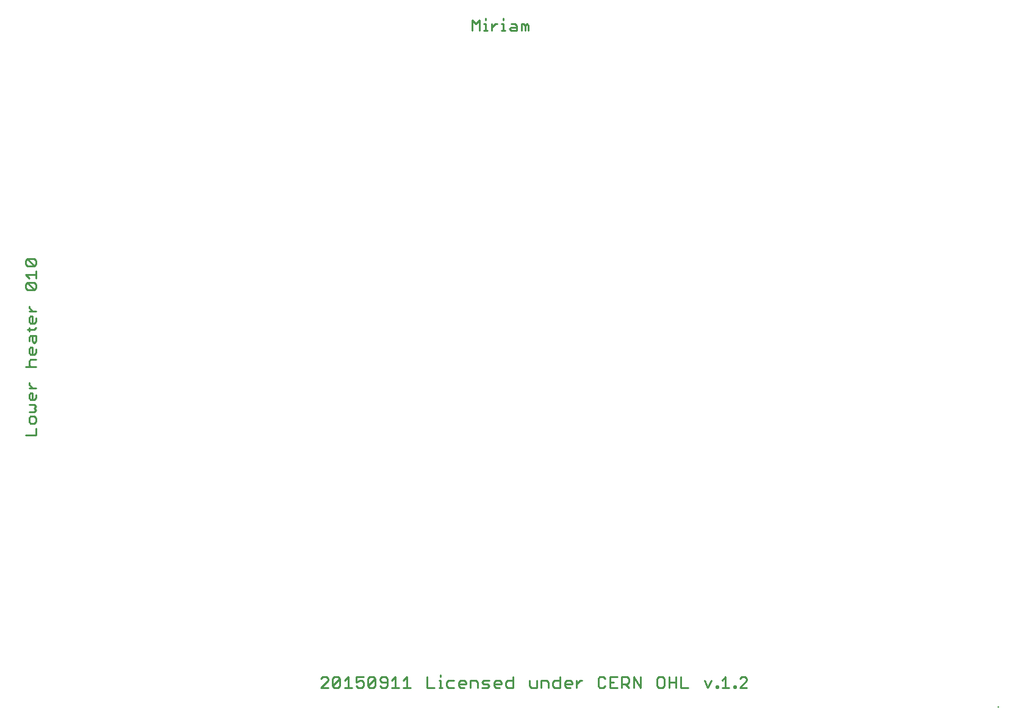
<source format=gto>
G75*
%MOIN*%
%OFA0B0*%
%FSLAX25Y25*%
%IPPOS*%
%LPD*%
%AMOC8*
5,1,8,0,0,1.08239X$1,22.5*
%
%ADD10C,0.01000*%
%ADD11C,0.01100*%
D10*
X0595648Y0044787D02*
X0595748Y0044787D01*
D11*
X0229684Y0059274D02*
X0225748Y0055337D01*
X0229684Y0055337D01*
X0232193Y0056322D02*
X0236130Y0060258D01*
X0236130Y0056322D01*
X0235146Y0055337D01*
X0233177Y0055337D01*
X0232193Y0056322D01*
X0232193Y0060258D01*
X0233177Y0061242D01*
X0235146Y0061242D01*
X0236130Y0060258D01*
X0238639Y0059274D02*
X0240607Y0061242D01*
X0240607Y0055337D01*
X0238639Y0055337D02*
X0242575Y0055337D01*
X0245084Y0056322D02*
X0246068Y0055337D01*
X0248037Y0055337D01*
X0249021Y0056322D01*
X0249021Y0058290D01*
X0248037Y0059274D01*
X0247052Y0059274D01*
X0245084Y0058290D01*
X0245084Y0061242D01*
X0249021Y0061242D01*
X0251530Y0060258D02*
X0252514Y0061242D01*
X0254482Y0061242D01*
X0255466Y0060258D01*
X0251530Y0056322D01*
X0252514Y0055337D01*
X0254482Y0055337D01*
X0255466Y0056322D01*
X0255466Y0060258D01*
X0257975Y0060258D02*
X0257975Y0059274D01*
X0258959Y0058290D01*
X0261912Y0058290D01*
X0261912Y0060258D02*
X0260928Y0061242D01*
X0258959Y0061242D01*
X0257975Y0060258D01*
X0257975Y0056322D02*
X0258959Y0055337D01*
X0260928Y0055337D01*
X0261912Y0056322D01*
X0261912Y0060258D01*
X0264421Y0059274D02*
X0266389Y0061242D01*
X0266389Y0055337D01*
X0264421Y0055337D02*
X0268357Y0055337D01*
X0270866Y0055337D02*
X0274803Y0055337D01*
X0272834Y0055337D02*
X0272834Y0061242D01*
X0270866Y0059274D01*
X0283757Y0061242D02*
X0283757Y0055337D01*
X0287694Y0055337D01*
X0290203Y0055337D02*
X0292171Y0055337D01*
X0291187Y0055337D02*
X0291187Y0059274D01*
X0290203Y0059274D01*
X0291187Y0061242D02*
X0291187Y0062227D01*
X0294500Y0058290D02*
X0294500Y0056322D01*
X0295484Y0055337D01*
X0298436Y0055337D01*
X0300945Y0056322D02*
X0300945Y0058290D01*
X0301929Y0059274D01*
X0303898Y0059274D01*
X0304882Y0058290D01*
X0304882Y0057306D01*
X0300945Y0057306D01*
X0300945Y0056322D02*
X0301929Y0055337D01*
X0303898Y0055337D01*
X0307391Y0055337D02*
X0307391Y0059274D01*
X0310343Y0059274D01*
X0311327Y0058290D01*
X0311327Y0055337D01*
X0313836Y0055337D02*
X0316789Y0055337D01*
X0317773Y0056322D01*
X0316789Y0057306D01*
X0314820Y0057306D01*
X0313836Y0058290D01*
X0314820Y0059274D01*
X0317773Y0059274D01*
X0320282Y0058290D02*
X0321266Y0059274D01*
X0323234Y0059274D01*
X0324218Y0058290D01*
X0324218Y0057306D01*
X0320282Y0057306D01*
X0320282Y0056322D02*
X0320282Y0058290D01*
X0320282Y0056322D02*
X0321266Y0055337D01*
X0323234Y0055337D01*
X0326727Y0056322D02*
X0326727Y0058290D01*
X0327711Y0059274D01*
X0330664Y0059274D01*
X0330664Y0061242D02*
X0330664Y0055337D01*
X0327711Y0055337D01*
X0326727Y0056322D01*
X0339618Y0056322D02*
X0340602Y0055337D01*
X0343555Y0055337D01*
X0343555Y0059274D01*
X0346064Y0059274D02*
X0346064Y0055337D01*
X0350000Y0055337D02*
X0350000Y0058290D01*
X0349016Y0059274D01*
X0346064Y0059274D01*
X0339618Y0059274D02*
X0339618Y0056322D01*
X0352509Y0056322D02*
X0353493Y0055337D01*
X0356446Y0055337D01*
X0356446Y0061242D01*
X0356446Y0059274D02*
X0353493Y0059274D01*
X0352509Y0058290D01*
X0352509Y0056322D01*
X0358955Y0056322D02*
X0359939Y0055337D01*
X0361907Y0055337D01*
X0362891Y0057306D02*
X0358955Y0057306D01*
X0358955Y0058290D02*
X0359939Y0059274D01*
X0361907Y0059274D01*
X0362891Y0058290D01*
X0362891Y0057306D01*
X0365400Y0057306D02*
X0367368Y0059274D01*
X0368353Y0059274D01*
X0365400Y0059274D02*
X0365400Y0055337D01*
X0358955Y0056322D02*
X0358955Y0058290D01*
X0377217Y0060258D02*
X0377217Y0056322D01*
X0378201Y0055337D01*
X0380169Y0055337D01*
X0381154Y0056322D01*
X0383662Y0055337D02*
X0387599Y0055337D01*
X0390108Y0055337D02*
X0390108Y0061242D01*
X0393060Y0061242D01*
X0394045Y0060258D01*
X0394045Y0058290D01*
X0393060Y0057306D01*
X0390108Y0057306D01*
X0392076Y0057306D02*
X0394045Y0055337D01*
X0396553Y0055337D02*
X0396553Y0061242D01*
X0400490Y0055337D01*
X0400490Y0061242D01*
X0409444Y0060258D02*
X0409444Y0056322D01*
X0410428Y0055337D01*
X0412397Y0055337D01*
X0413381Y0056322D01*
X0413381Y0060258D01*
X0412397Y0061242D01*
X0410428Y0061242D01*
X0409444Y0060258D01*
X0415890Y0061242D02*
X0415890Y0055337D01*
X0415890Y0058290D02*
X0419826Y0058290D01*
X0419826Y0061242D02*
X0419826Y0055337D01*
X0422335Y0055337D02*
X0426272Y0055337D01*
X0422335Y0055337D02*
X0422335Y0061242D01*
X0435226Y0059274D02*
X0437195Y0055337D01*
X0439163Y0059274D01*
X0441672Y0056322D02*
X0442656Y0056322D01*
X0442656Y0055337D01*
X0441672Y0055337D01*
X0441672Y0056322D01*
X0444895Y0055337D02*
X0448831Y0055337D01*
X0446863Y0055337D02*
X0446863Y0061242D01*
X0444895Y0059274D01*
X0451340Y0056322D02*
X0451340Y0055337D01*
X0452324Y0055337D01*
X0452324Y0056322D01*
X0451340Y0056322D01*
X0454563Y0055337D02*
X0458499Y0059274D01*
X0458499Y0060258D01*
X0457515Y0061242D01*
X0455547Y0061242D01*
X0454563Y0060258D01*
X0454563Y0055337D02*
X0458499Y0055337D01*
X0387599Y0061242D02*
X0383662Y0061242D01*
X0383662Y0055337D01*
X0383662Y0058290D02*
X0385631Y0058290D01*
X0381154Y0060258D02*
X0380169Y0061242D01*
X0378201Y0061242D01*
X0377217Y0060258D01*
X0298436Y0059274D02*
X0295484Y0059274D01*
X0294500Y0058290D01*
X0251530Y0056322D02*
X0251530Y0060258D01*
X0229684Y0060258D02*
X0228700Y0061242D01*
X0226732Y0061242D01*
X0225748Y0060258D01*
X0229684Y0060258D02*
X0229684Y0059274D01*
X0070141Y0193048D02*
X0064236Y0193048D01*
X0070141Y0193048D02*
X0070141Y0196985D01*
X0069157Y0199494D02*
X0070141Y0200478D01*
X0070141Y0202446D01*
X0069157Y0203431D01*
X0067189Y0203431D01*
X0066205Y0202446D01*
X0066205Y0200478D01*
X0067189Y0199494D01*
X0069157Y0199494D01*
X0069157Y0205939D02*
X0066205Y0205939D01*
X0069157Y0205939D02*
X0070141Y0206924D01*
X0069157Y0207908D01*
X0070141Y0208892D01*
X0069157Y0209876D01*
X0066205Y0209876D01*
X0067189Y0212385D02*
X0066205Y0213369D01*
X0066205Y0215337D01*
X0067189Y0216322D01*
X0068173Y0216322D01*
X0068173Y0212385D01*
X0069157Y0212385D02*
X0067189Y0212385D01*
X0069157Y0212385D02*
X0070141Y0213369D01*
X0070141Y0215337D01*
X0070141Y0218830D02*
X0066205Y0218830D01*
X0068173Y0218830D02*
X0066205Y0220799D01*
X0066205Y0221783D01*
X0067189Y0230647D02*
X0066205Y0231631D01*
X0066205Y0233600D01*
X0067189Y0234584D01*
X0070141Y0234584D01*
X0069157Y0237093D02*
X0067189Y0237093D01*
X0066205Y0238077D01*
X0066205Y0240045D01*
X0067189Y0241029D01*
X0068173Y0241029D01*
X0068173Y0237093D01*
X0069157Y0237093D02*
X0070141Y0238077D01*
X0070141Y0240045D01*
X0069157Y0243538D02*
X0068173Y0244522D01*
X0068173Y0247475D01*
X0067189Y0247475D02*
X0070141Y0247475D01*
X0070141Y0244522D01*
X0069157Y0243538D01*
X0066205Y0244522D02*
X0066205Y0246491D01*
X0067189Y0247475D01*
X0066205Y0249984D02*
X0066205Y0251952D01*
X0065220Y0250968D02*
X0069157Y0250968D01*
X0070141Y0251952D01*
X0069157Y0254281D02*
X0067189Y0254281D01*
X0066205Y0255265D01*
X0066205Y0257233D01*
X0067189Y0258217D01*
X0068173Y0258217D01*
X0068173Y0254281D01*
X0069157Y0254281D02*
X0070141Y0255265D01*
X0070141Y0257233D01*
X0070141Y0260726D02*
X0066205Y0260726D01*
X0068173Y0260726D02*
X0066205Y0262694D01*
X0066205Y0263679D01*
X0065220Y0272543D02*
X0064236Y0273527D01*
X0064236Y0275495D01*
X0065220Y0276480D01*
X0069157Y0272543D01*
X0070141Y0273527D01*
X0070141Y0275495D01*
X0069157Y0276480D01*
X0065220Y0276480D01*
X0066205Y0278988D02*
X0064236Y0280957D01*
X0070141Y0280957D01*
X0070141Y0282925D02*
X0070141Y0278988D01*
X0069157Y0285434D02*
X0065220Y0285434D01*
X0064236Y0286418D01*
X0064236Y0288386D01*
X0065220Y0289371D01*
X0069157Y0285434D01*
X0070141Y0286418D01*
X0070141Y0288386D01*
X0069157Y0289371D01*
X0065220Y0289371D01*
X0065220Y0272543D02*
X0069157Y0272543D01*
X0070141Y0230647D02*
X0064236Y0230647D01*
X0308403Y0414050D02*
X0308403Y0419955D01*
X0310371Y0417987D01*
X0312339Y0419955D01*
X0312339Y0414050D01*
X0314848Y0414050D02*
X0316817Y0414050D01*
X0315832Y0414050D02*
X0315832Y0417987D01*
X0314848Y0417987D01*
X0315832Y0419955D02*
X0315832Y0420939D01*
X0319145Y0417987D02*
X0319145Y0414050D01*
X0319145Y0416018D02*
X0321114Y0417987D01*
X0322098Y0417987D01*
X0324516Y0417987D02*
X0325501Y0417987D01*
X0325501Y0414050D01*
X0326485Y0414050D02*
X0324516Y0414050D01*
X0328813Y0415034D02*
X0329798Y0416018D01*
X0332750Y0416018D01*
X0332750Y0417003D02*
X0332750Y0414050D01*
X0329798Y0414050D01*
X0328813Y0415034D01*
X0329798Y0417987D02*
X0331766Y0417987D01*
X0332750Y0417003D01*
X0335259Y0417987D02*
X0335259Y0414050D01*
X0337227Y0414050D02*
X0337227Y0417003D01*
X0338212Y0417987D01*
X0339196Y0417003D01*
X0339196Y0414050D01*
X0337227Y0417003D02*
X0336243Y0417987D01*
X0335259Y0417987D01*
X0325501Y0419955D02*
X0325501Y0420939D01*
M02*

</source>
